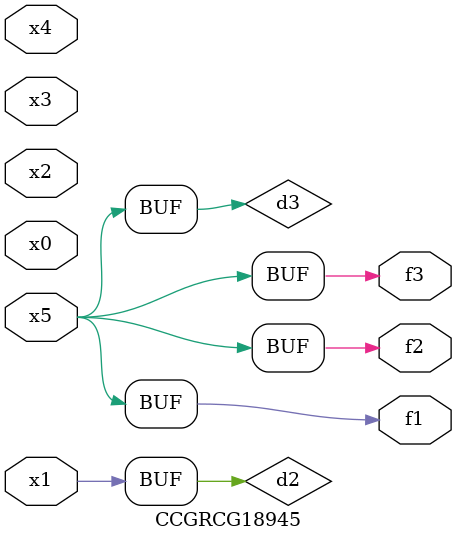
<source format=v>
module CCGRCG18945(
	input x0, x1, x2, x3, x4, x5,
	output f1, f2, f3
);

	wire d1, d2, d3;

	not (d1, x5);
	or (d2, x1);
	xnor (d3, d1);
	assign f1 = d3;
	assign f2 = d3;
	assign f3 = d3;
endmodule

</source>
